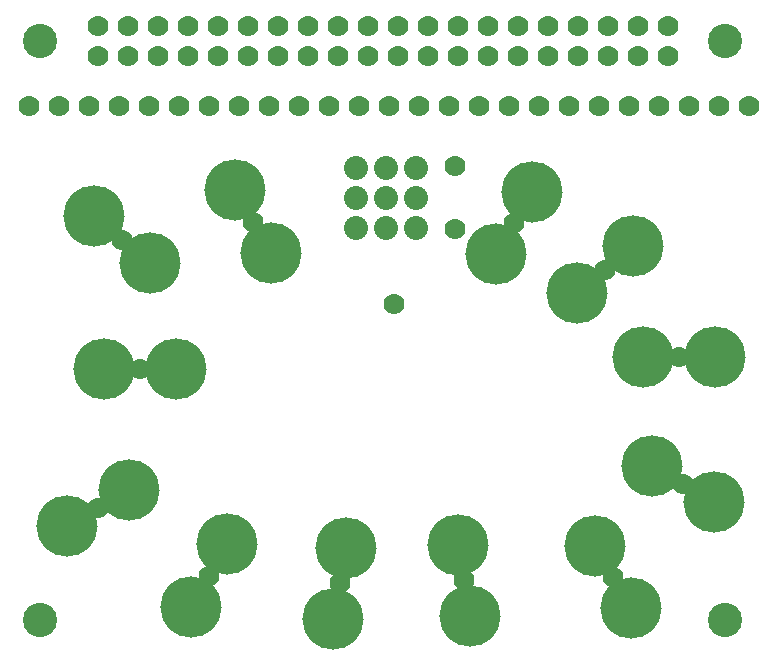
<source format=gbr>
G04 EAGLE Gerber RS-274X export*
G75*
%MOMM*%
%FSLAX34Y34*%
%LPD*%
%INSoldermask Bottom*%
%IPPOS*%
%AMOC8*
5,1,8,0,0,1.08239X$1,22.5*%
G01*
%ADD10C,2.901600*%
%ADD11C,1.778000*%
%ADD12C,5.181600*%
%ADD13C,2.032000*%


D10*
X35000Y22300D03*
X35000Y512300D03*
X615000Y512300D03*
X615000Y22300D03*
D11*
X83700Y499600D03*
X83700Y525000D03*
X109100Y499600D03*
X109100Y525000D03*
X134500Y499600D03*
X134500Y525000D03*
X159900Y499600D03*
X159900Y525000D03*
X185300Y499600D03*
X185300Y525000D03*
X210700Y499600D03*
X210700Y525000D03*
X236100Y499600D03*
X236100Y525000D03*
X261500Y499600D03*
X261500Y525000D03*
X286900Y499600D03*
X286900Y525000D03*
X312300Y499600D03*
X312300Y525000D03*
X337700Y499600D03*
X337700Y525000D03*
X363100Y499600D03*
X363100Y525000D03*
X388500Y499600D03*
X388500Y525000D03*
X413900Y499600D03*
X413900Y525000D03*
X439300Y499600D03*
X439300Y525000D03*
X464700Y499600D03*
X464700Y525000D03*
X490100Y499600D03*
X490100Y525000D03*
X515500Y499600D03*
X515500Y525000D03*
X540900Y499600D03*
X540900Y525000D03*
X566300Y499600D03*
X566300Y525000D03*
X25400Y457200D03*
X50800Y457200D03*
X76200Y457200D03*
X101600Y457200D03*
X127000Y457200D03*
X152400Y457200D03*
X177800Y457200D03*
X203200Y457200D03*
X228600Y457200D03*
X254000Y457200D03*
X279400Y457200D03*
X304800Y457200D03*
X330200Y457200D03*
X355600Y457200D03*
X381000Y457200D03*
X406400Y457200D03*
X431800Y457200D03*
X457200Y457200D03*
X482600Y457200D03*
X508000Y457200D03*
X533400Y457200D03*
X558800Y457200D03*
X584200Y457200D03*
X609600Y457200D03*
X635000Y457200D03*
D12*
X229870Y333014D03*
X199390Y385806D03*
X127489Y324578D03*
X80791Y363762D03*
X88900Y234950D03*
X149860Y234950D03*
X57424Y101600D03*
X110216Y132080D03*
X162560Y33294D03*
X193040Y86086D03*
X282997Y23323D03*
X293583Y83357D03*
X398993Y25863D03*
X388407Y85897D03*
X534670Y32024D03*
X504190Y84816D03*
X605516Y121920D03*
X552724Y152400D03*
X544830Y245110D03*
X605790Y245110D03*
X489731Y299178D03*
X536429Y338362D03*
X420370Y331744D03*
X450850Y384536D03*
D11*
X386080Y353060D03*
X386080Y406400D03*
X435610Y358140D03*
X513080Y318770D03*
X575310Y245110D03*
X579120Y137160D03*
X519430Y58420D03*
X393700Y55880D03*
X288290Y53340D03*
X177800Y59690D03*
X83820Y116840D03*
X119380Y234950D03*
X104140Y344170D03*
X214630Y359410D03*
X334010Y289560D03*
D13*
X353060Y405130D03*
X327660Y405130D03*
X302260Y405130D03*
X302260Y379730D03*
X327660Y379730D03*
X353060Y379730D03*
X302260Y354330D03*
X327660Y354330D03*
X353060Y354330D03*
M02*

</source>
